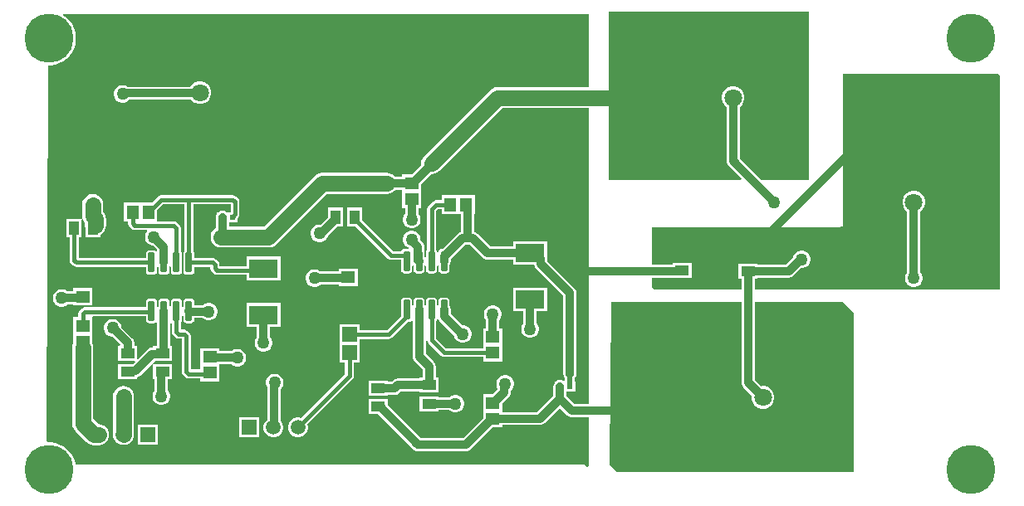
<source format=gtl>
G04*
G04 #@! TF.GenerationSoftware,Altium Limited,Altium Designer,22.10.1 (41)*
G04*
G04 Layer_Physical_Order=1*
G04 Layer_Color=255*
%FSLAX44Y44*%
%MOMM*%
G71*
G04*
G04 #@! TF.SameCoordinates,81D378FE-F234-499D-9AEC-098A348C0B8A*
G04*
G04*
G04 #@! TF.FilePolarity,Positive*
G04*
G01*
G75*
%ADD11C,0.5080*%
%ADD15R,1.4082X1.0065*%
%ADD16R,1.4500X1.3000*%
G04:AMPARAMS|DCode=17|XSize=1.97mm|YSize=0.6mm|CornerRadius=0.075mm|HoleSize=0mm|Usage=FLASHONLY|Rotation=270.000|XOffset=0mm|YOffset=0mm|HoleType=Round|Shape=RoundedRectangle|*
%AMROUNDEDRECTD17*
21,1,1.9700,0.4500,0,0,270.0*
21,1,1.8200,0.6000,0,0,270.0*
1,1,0.1500,-0.2250,-0.9100*
1,1,0.1500,-0.2250,0.9100*
1,1,0.1500,0.2250,0.9100*
1,1,0.1500,0.2250,-0.9100*
%
%ADD17ROUNDEDRECTD17*%
%ADD18R,1.5500X1.5000*%
%ADD19R,1.0065X1.4082*%
%ADD20R,1.3000X1.4500*%
%ADD21R,2.9972X1.9177*%
%ADD22R,0.6000X0.5000*%
%ADD31C,1.8034*%
%ADD33R,3.3000X2.4100*%
%ADD34C,1.6256*%
%ADD35C,0.8128*%
%ADD36C,0.3810*%
%ADD37R,1.5080X1.5080*%
%ADD38C,1.5080*%
%ADD39C,5.0000*%
%ADD40C,1.2700*%
G36*
X805000Y325740D02*
X756000D01*
X734191Y347549D01*
Y400061D01*
X734626Y400312D01*
X736778Y402464D01*
X738299Y405099D01*
X739087Y408038D01*
Y411082D01*
X738299Y414021D01*
X736778Y416656D01*
X734626Y418808D01*
X731991Y420329D01*
X729052Y421117D01*
X726009D01*
X723069Y420329D01*
X720434Y418808D01*
X718282Y416656D01*
X716761Y414021D01*
X715973Y411082D01*
Y408038D01*
X716761Y405099D01*
X718282Y402464D01*
X720434Y400312D01*
X720869Y400061D01*
Y344790D01*
X720869Y344790D01*
X721096Y343066D01*
X721761Y341460D01*
X722820Y340080D01*
X735987Y326913D01*
X735501Y325740D01*
X600530D01*
Y497190D01*
X805000D01*
Y325740D01*
D02*
G37*
G36*
X999310Y432420D02*
Y213980D01*
X749431D01*
Y224839D01*
X752351D01*
Y225750D01*
X784094D01*
X784094Y225750D01*
X785818Y225977D01*
X787425Y226643D01*
X788804Y227701D01*
X796673Y235570D01*
X798550D01*
X800811Y236176D01*
X802839Y237346D01*
X804494Y239001D01*
X805664Y241029D01*
X806270Y243290D01*
Y245630D01*
X805664Y247891D01*
X804494Y249919D01*
X802839Y251574D01*
X800811Y252744D01*
X798550Y253350D01*
X796210D01*
X793949Y252744D01*
X791921Y251574D01*
X790266Y249919D01*
X789096Y247891D01*
X788708Y246446D01*
X781335Y239072D01*
X752351D01*
Y239984D01*
X733189D01*
Y224839D01*
X736109D01*
Y213980D01*
X647520D01*
X644980Y216520D01*
Y225750D01*
X665879D01*
Y225490D01*
X685041D01*
Y240635D01*
X665879D01*
Y239072D01*
X644980D01*
Y277480D01*
X836750D01*
X838020Y278750D01*
X839290Y277480D01*
Y433690D01*
X998040D01*
X999310Y432420D01*
D02*
G37*
G36*
X430200Y290550D02*
X450228D01*
Y272520D01*
X449954Y272484D01*
X448348Y271819D01*
X446968Y270760D01*
X446968Y270760D01*
X431202Y254994D01*
X430640D01*
X429356Y254739D01*
X428268Y254012D01*
X427541Y252923D01*
X427286Y251640D01*
X427065Y251458D01*
X426612Y251523D01*
X425723Y252000D01*
X425539Y252923D01*
X424812Y254012D01*
X424722Y254072D01*
Y293701D01*
X426829Y295808D01*
X430200D01*
Y290550D01*
D02*
G37*
G36*
X580210Y420320D02*
X487500D01*
X484715Y419953D01*
X482120Y418879D01*
X479892Y417169D01*
X412581Y349859D01*
X410872Y347630D01*
X409797Y345035D01*
X409430Y342250D01*
X409673Y340403D01*
X400240Y330970D01*
X390080D01*
Y328591D01*
X382806D01*
X382079Y329538D01*
X379850Y331249D01*
X377255Y332323D01*
X374470Y332690D01*
X308430D01*
X305645Y332323D01*
X303050Y331249D01*
X300821Y329538D01*
X249363Y278080D01*
X213571D01*
Y282600D01*
X222450D01*
Y286796D01*
X222917Y287262D01*
X222917Y287262D01*
X223899Y288732D01*
X224244Y290467D01*
Y303188D01*
X223899Y304923D01*
X222917Y306393D01*
X220685Y308625D01*
X219215Y309607D01*
X217481Y309952D01*
X144090D01*
X144090Y309952D01*
X142356Y309607D01*
X140885Y308625D01*
X140885Y308625D01*
X134771Y302510D01*
X106350D01*
Y282930D01*
X110858D01*
Y280982D01*
X111203Y279247D01*
X112185Y277777D01*
X114417Y275545D01*
X115887Y274563D01*
X117622Y274218D01*
X129646D01*
X130132Y273045D01*
X129866Y272779D01*
X128696Y270751D01*
X128090Y268490D01*
Y266150D01*
X128696Y263889D01*
X129866Y261861D01*
X131521Y260206D01*
X133549Y259036D01*
X135810Y258430D01*
X136450D01*
X140479Y254401D01*
Y252907D01*
X139209Y252522D01*
X139062Y252742D01*
X137974Y253469D01*
X136690Y253724D01*
X132190D01*
X130906Y253469D01*
X129818Y252742D01*
X129091Y251653D01*
X128836Y250370D01*
Y245802D01*
X60232D01*
Y266629D01*
X63305D01*
Y284613D01*
X63305Y284639D01*
X63305Y284639D01*
X63305Y285060D01*
X64575Y285312D01*
X65431Y283244D01*
X66843Y281405D01*
Y279063D01*
X67178Y276524D01*
Y266629D01*
X82323D01*
Y269471D01*
X82983Y269745D01*
X85212Y271455D01*
X86922Y273683D01*
X87997Y276278D01*
X88363Y279063D01*
Y285771D01*
X87997Y288556D01*
X86922Y291151D01*
X85510Y292991D01*
Y300340D01*
X85143Y303125D01*
X84068Y305720D01*
X82359Y307948D01*
X80130Y309659D01*
X77535Y310733D01*
X74750Y311100D01*
X71965Y310733D01*
X69370Y309659D01*
X67141Y307948D01*
X65431Y305720D01*
X64357Y303125D01*
X63990Y300340D01*
Y288624D01*
X64264Y286545D01*
X64264Y286542D01*
X63082Y285791D01*
X62338Y285791D01*
X48160D01*
Y266629D01*
X51168D01*
Y243502D01*
X51513Y241767D01*
X52495Y240297D01*
X54727Y238065D01*
X56198Y237083D01*
X57932Y236738D01*
X128836D01*
Y232170D01*
X129091Y230886D01*
X129818Y229798D01*
X130906Y229071D01*
X132190Y228815D01*
X136690D01*
X137974Y229071D01*
X139062Y229798D01*
X139789Y230886D01*
X140044Y232170D01*
Y236443D01*
X141314Y237019D01*
X141536Y236826D01*
Y232170D01*
X141791Y230886D01*
X142518Y229798D01*
X143606Y229071D01*
X144890Y228815D01*
X149390D01*
X150674Y229071D01*
X151762Y229798D01*
X152489Y230886D01*
X152745Y232170D01*
Y236826D01*
X152966Y237019D01*
X154236Y236443D01*
Y232170D01*
X154491Y230886D01*
X155218Y229798D01*
X156306Y229071D01*
X157590Y228815D01*
X162090D01*
X163374Y229071D01*
X164462Y229798D01*
X165189Y230886D01*
X165445Y232170D01*
Y250370D01*
X165189Y251653D01*
X164462Y252742D01*
X164372Y252802D01*
Y276210D01*
X164027Y277944D01*
X163045Y279415D01*
X163045Y279415D01*
X160505Y281955D01*
X159034Y282937D01*
X157300Y283282D01*
X140430D01*
Y295351D01*
X145967Y300888D01*
X168008D01*
Y252802D01*
X167918Y252742D01*
X167191Y251653D01*
X166936Y250370D01*
Y232170D01*
X167191Y230886D01*
X167918Y229798D01*
X169006Y229071D01*
X170290Y228815D01*
X174790D01*
X176074Y229071D01*
X177162Y229798D01*
X177889Y230886D01*
X178144Y232170D01*
Y236738D01*
X194678D01*
Y235262D01*
X195023Y233528D01*
X196005Y232057D01*
X198237Y229825D01*
X199708Y228843D01*
X201442Y228498D01*
X231214D01*
Y222997D01*
X266266D01*
Y247254D01*
X231214D01*
Y237562D01*
X203742D01*
Y239038D01*
X203397Y240772D01*
X202415Y242243D01*
X200183Y244474D01*
X198713Y245457D01*
X196978Y245802D01*
X178144D01*
Y250370D01*
X177889Y251653D01*
X177162Y252742D01*
X177072Y252802D01*
Y300888D01*
X215180D01*
Y292680D01*
X211190D01*
X210240Y293409D01*
X208634Y294074D01*
X206910Y294301D01*
X205186Y294074D01*
X203579Y293409D01*
X202630Y292680D01*
X201370D01*
Y291268D01*
X201141Y290970D01*
X200476Y289364D01*
X200249Y287640D01*
Y276667D01*
X200180Y276639D01*
X197952Y274928D01*
X196241Y272700D01*
X195167Y270105D01*
X194800Y267320D01*
X195167Y264535D01*
X196241Y261940D01*
X197952Y259711D01*
X200180Y258001D01*
X202775Y256927D01*
X205560Y256560D01*
X253820D01*
X256605Y256927D01*
X259200Y258001D01*
X261429Y259711D01*
X312887Y311170D01*
X374470D01*
X377255Y311537D01*
X379850Y312612D01*
X382079Y314321D01*
X382806Y315269D01*
X390080D01*
Y296890D01*
X393209D01*
Y291011D01*
X392756Y290559D01*
X391586Y288531D01*
X390980Y286270D01*
Y283930D01*
X391586Y281669D01*
X392756Y279641D01*
X394411Y277986D01*
X396439Y276816D01*
X398700Y276210D01*
X401040D01*
X403301Y276816D01*
X405329Y277986D01*
X406984Y279641D01*
X408154Y281669D01*
X408760Y283930D01*
Y286270D01*
X408154Y288531D01*
X406984Y290559D01*
X406531Y291011D01*
Y296890D01*
X409660D01*
Y312890D01*
Y321550D01*
X419669Y331559D01*
X420190Y331490D01*
X422975Y331857D01*
X425570Y332932D01*
X427799Y334641D01*
X491957Y398800D01*
X580210D01*
Y96489D01*
X566151D01*
X557741Y104899D01*
Y109880D01*
X560379D01*
X561080Y109740D01*
X561120D01*
X561822Y109880D01*
X566620D01*
Y119960D01*
X566339D01*
Y123522D01*
X566929Y124290D01*
X567594Y125896D01*
X567821Y127620D01*
Y210170D01*
X567821Y210170D01*
X567594Y211894D01*
X566929Y213500D01*
X565870Y214880D01*
X565870Y214880D01*
X538103Y242647D01*
Y245285D01*
X538046Y245718D01*
Y262938D01*
X502994D01*
Y257471D01*
X480099D01*
X466810Y270760D01*
X465430Y271819D01*
X463824Y272484D01*
X463550Y272520D01*
Y290550D01*
X464280D01*
Y310130D01*
X430200D01*
Y304872D01*
X424951D01*
X423217Y304527D01*
X421747Y303545D01*
X416985Y298783D01*
X416003Y297313D01*
X415658Y295579D01*
Y254072D01*
X415568Y254012D01*
X414841Y252923D01*
X414586Y251640D01*
Y247367D01*
X413316Y246790D01*
X413094Y246984D01*
Y251640D01*
X413087Y251677D01*
Y256987D01*
X413087Y256987D01*
X412860Y258711D01*
X412195Y260317D01*
X411136Y261697D01*
X411136Y261697D01*
X408760Y264073D01*
Y265950D01*
X408154Y268211D01*
X406984Y270239D01*
X405329Y271894D01*
X403301Y273064D01*
X401040Y273670D01*
X398700D01*
X396439Y273064D01*
X394411Y271894D01*
X392756Y270239D01*
X391586Y268211D01*
X390980Y265950D01*
Y263610D01*
X391586Y261349D01*
X392756Y259321D01*
X394411Y257666D01*
X396439Y256496D01*
X396792Y256401D01*
X396836Y256264D01*
X395906Y254994D01*
X392540D01*
X391256Y254739D01*
X390168Y254012D01*
X389441Y252923D01*
X389428Y252858D01*
X380633D01*
X349022Y284468D01*
Y297221D01*
X333877D01*
Y278059D01*
X342613D01*
X375551Y245121D01*
X375551Y245121D01*
X377021Y244139D01*
X378756Y243794D01*
X389186D01*
Y233440D01*
X389441Y232156D01*
X390168Y231068D01*
X391256Y230341D01*
X392540Y230085D01*
X397040D01*
X398324Y230341D01*
X399412Y231068D01*
X400139Y232156D01*
X400395Y233440D01*
Y237201D01*
X401665Y237853D01*
X401886Y237695D01*
Y233440D01*
X402141Y232156D01*
X402868Y231068D01*
X403956Y230341D01*
X405240Y230085D01*
X409740D01*
X411024Y230341D01*
X412112Y231068D01*
X412839Y232156D01*
X413094Y233440D01*
Y238096D01*
X413316Y238289D01*
X414586Y237713D01*
Y233440D01*
X414841Y232156D01*
X415568Y231068D01*
X416656Y230341D01*
X417940Y230085D01*
X422440D01*
X423724Y230341D01*
X424812Y231068D01*
X425539Y232156D01*
X425794Y233440D01*
Y237713D01*
X427065Y238289D01*
X427286Y238096D01*
Y233440D01*
X427541Y232156D01*
X428268Y231068D01*
X429356Y230341D01*
X430640Y230085D01*
X435140D01*
X436424Y230341D01*
X437512Y231068D01*
X438239Y232156D01*
X438494Y233440D01*
Y238995D01*
X438659Y239209D01*
X439324Y240816D01*
X439551Y242540D01*
Y244503D01*
X454437Y259389D01*
X459341D01*
X472630Y246100D01*
X472630Y246100D01*
X474010Y245041D01*
X475616Y244376D01*
X477340Y244149D01*
X477340Y244149D01*
X502994D01*
Y238682D01*
X524940D01*
X525008Y238164D01*
X525673Y236558D01*
X526732Y235178D01*
X554499Y207411D01*
Y127620D01*
X554726Y125896D01*
X555391Y124290D01*
X555980Y123522D01*
Y121085D01*
X554711Y120459D01*
X554411Y120689D01*
X552804Y121354D01*
X551080Y121581D01*
X549356Y121354D01*
X547750Y120689D01*
X546800Y119960D01*
X545540D01*
Y118548D01*
X545312Y118251D01*
X544646Y116644D01*
X544419Y114920D01*
Y104899D01*
X528081Y88561D01*
X492210D01*
Y97520D01*
X498955Y104265D01*
X498955Y104265D01*
X500014Y105645D01*
X500679Y107251D01*
X500906Y108975D01*
Y110674D01*
X502234Y112001D01*
X503404Y114029D01*
X504010Y116290D01*
Y118630D01*
X503404Y120891D01*
X502234Y122919D01*
X500579Y124574D01*
X498551Y125744D01*
X496290Y126350D01*
X493950D01*
X491689Y125744D01*
X489661Y124574D01*
X488006Y122919D01*
X486836Y120891D01*
X486230Y118630D01*
Y116290D01*
X486836Y114029D01*
X487584Y112732D01*
Y111734D01*
X482790Y106940D01*
X472630D01*
Y88860D01*
Y82280D01*
X452241Y61891D01*
X409099D01*
X375161Y95829D01*
Y101554D01*
X355999D01*
Y86409D01*
X365741D01*
X401630Y50520D01*
X401630Y50520D01*
X403009Y49461D01*
X404616Y48796D01*
X406340Y48569D01*
X406340Y48569D01*
X455000D01*
X455000Y48569D01*
X456724Y48796D01*
X458330Y49461D01*
X459710Y50520D01*
X482050Y72860D01*
X492210D01*
Y75239D01*
X530840D01*
X530840Y75239D01*
X532565Y75466D01*
X534171Y76131D01*
X535551Y77190D01*
X551080Y92720D01*
X558682Y85118D01*
X558682Y85118D01*
X560061Y84060D01*
X561668Y83394D01*
X563392Y83167D01*
X563392Y83167D01*
X580210D01*
Y33640D01*
X578940Y32370D01*
X576400Y34910D01*
X57106D01*
X56862Y36449D01*
X55522Y40572D01*
X53554Y44434D01*
X51006Y47941D01*
X47941Y51006D01*
X44434Y53554D01*
X40572Y55522D01*
X36449Y56862D01*
X32167Y57540D01*
X29093D01*
X27826Y58807D01*
X28886Y442460D01*
X32167D01*
X36449Y443138D01*
X40572Y444478D01*
X44434Y446446D01*
X47941Y448994D01*
X51006Y452059D01*
X53554Y455566D01*
X55522Y459428D01*
X56862Y463551D01*
X57540Y467832D01*
Y472168D01*
X56862Y476449D01*
X55522Y480572D01*
X53554Y484434D01*
X51006Y487941D01*
X47941Y491006D01*
X44674Y493380D01*
X44896Y494650D01*
X580210D01*
Y420320D01*
D02*
G37*
G36*
X850720Y189850D02*
Y27290D01*
X609420D01*
X601800Y34910D01*
X603070Y201280D01*
X736109D01*
Y118730D01*
X736109Y118730D01*
X736336Y117006D01*
X737001Y115400D01*
X738060Y114020D01*
X746583Y105497D01*
X746453Y105012D01*
Y101968D01*
X747241Y99029D01*
X748762Y96394D01*
X750914Y94242D01*
X753549Y92721D01*
X756488Y91933D01*
X759531D01*
X762471Y92721D01*
X765106Y94242D01*
X767258Y96394D01*
X768779Y99029D01*
X769567Y101968D01*
Y105012D01*
X768779Y107951D01*
X767258Y110586D01*
X765106Y112738D01*
X762471Y114259D01*
X759531Y115047D01*
X756488D01*
X756003Y114917D01*
X749431Y121489D01*
Y201280D01*
X839290D01*
X850720Y189850D01*
D02*
G37*
%LPC*%
G36*
X913202Y314437D02*
X910158D01*
X907219Y313649D01*
X904584Y312128D01*
X902432Y309976D01*
X900911Y307341D01*
X900123Y304401D01*
Y301359D01*
X900911Y298419D01*
X902432Y295784D01*
X904584Y293632D01*
X905019Y293381D01*
Y231321D01*
X904566Y230869D01*
X903396Y228841D01*
X902790Y226580D01*
Y224240D01*
X903396Y221979D01*
X904566Y219951D01*
X906221Y218296D01*
X908249Y217126D01*
X910510Y216520D01*
X912850D01*
X915111Y217126D01*
X917139Y218296D01*
X918794Y219951D01*
X919964Y221979D01*
X920570Y224240D01*
Y226580D01*
X919964Y228841D01*
X918794Y230869D01*
X918341Y231321D01*
Y293381D01*
X918776Y293632D01*
X920928Y295784D01*
X922449Y298419D01*
X923237Y301359D01*
Y304401D01*
X922449Y307341D01*
X920928Y309976D01*
X918776Y312128D01*
X916141Y313649D01*
X913202Y314437D01*
D02*
G37*
G36*
X185492Y426197D02*
X182449D01*
X179509Y425409D01*
X176874Y423888D01*
X174722Y421736D01*
X174104Y420666D01*
X110373D01*
X108661Y421654D01*
X106400Y422260D01*
X104060D01*
X101799Y421654D01*
X99771Y420484D01*
X98116Y418829D01*
X96946Y416801D01*
X96340Y414540D01*
Y412200D01*
X96946Y409939D01*
X98116Y407911D01*
X99771Y406256D01*
X101799Y405086D01*
X104060Y404480D01*
X106400D01*
X108661Y405086D01*
X110689Y406256D01*
X111776Y407344D01*
X174922D01*
X176874Y405392D01*
X179509Y403871D01*
X182449Y403083D01*
X185492D01*
X188431Y403871D01*
X191066Y405392D01*
X193218Y407544D01*
X194739Y410179D01*
X195527Y413119D01*
Y416161D01*
X194739Y419101D01*
X193218Y421736D01*
X191066Y423888D01*
X188431Y425409D01*
X185492Y426197D01*
D02*
G37*
G36*
X330005Y297221D02*
X314860D01*
Y287479D01*
X307329Y279948D01*
X307060Y280020D01*
X304720D01*
X302459Y279414D01*
X300431Y278244D01*
X298776Y276589D01*
X297606Y274561D01*
X297000Y272300D01*
Y269960D01*
X297606Y267699D01*
X298776Y265671D01*
X300431Y264016D01*
X302459Y262846D01*
X304720Y262240D01*
X307060D01*
X309321Y262846D01*
X311349Y264016D01*
X313004Y265671D01*
X314174Y267699D01*
X314267Y268045D01*
X324281Y278059D01*
X330005D01*
Y297221D01*
D02*
G37*
G36*
X344890Y235210D02*
X325310D01*
Y232071D01*
X306721D01*
X306269Y232524D01*
X304241Y233694D01*
X301980Y234300D01*
X299640D01*
X297379Y233694D01*
X295351Y232524D01*
X293696Y230869D01*
X292526Y228841D01*
X291920Y226580D01*
Y224240D01*
X292526Y221979D01*
X293696Y219951D01*
X295351Y218296D01*
X297379Y217126D01*
X299640Y216520D01*
X301980D01*
X304241Y217126D01*
X306269Y218296D01*
X306721Y218749D01*
X325310D01*
Y217130D01*
X344890D01*
Y235210D01*
D02*
G37*
G36*
X74380Y215400D02*
X54800D01*
Y211751D01*
X48911D01*
X48459Y212204D01*
X46431Y213374D01*
X44170Y213980D01*
X41830D01*
X39569Y213374D01*
X37541Y212204D01*
X35886Y210549D01*
X34716Y208521D01*
X34110Y206260D01*
Y203920D01*
X34716Y201659D01*
X35886Y199631D01*
X37541Y197976D01*
X39569Y196806D01*
X41830Y196200D01*
X44170D01*
X46431Y196806D01*
X48459Y197976D01*
X48911Y198429D01*
X54800D01*
Y197320D01*
X74380D01*
Y215400D01*
D02*
G37*
G36*
X435140Y205495D02*
X430640D01*
X429356Y205239D01*
X428268Y204512D01*
X427541Y203424D01*
X427286Y202140D01*
Y197484D01*
X427065Y197291D01*
X425794Y197867D01*
Y202140D01*
X425539Y203424D01*
X424812Y204512D01*
X423724Y205239D01*
X422440Y205495D01*
X417940D01*
X416656Y205239D01*
X415568Y204512D01*
X414841Y203424D01*
X414586Y202140D01*
Y197867D01*
X413316Y197291D01*
X413094Y197484D01*
Y202140D01*
X412839Y203424D01*
X412112Y204512D01*
X411024Y205239D01*
X409740Y205495D01*
X405240D01*
X403956Y205239D01*
X402868Y204512D01*
X402141Y203424D01*
X401886Y202140D01*
Y197484D01*
X401665Y197291D01*
X400395Y197867D01*
Y202140D01*
X400139Y203424D01*
X399412Y204512D01*
X398324Y205239D01*
X397040Y205495D01*
X392540D01*
X391256Y205239D01*
X390168Y204512D01*
X389441Y203424D01*
X389186Y202140D01*
Y186995D01*
X374433Y172242D01*
X346660D01*
Y177750D01*
X326080D01*
Y157670D01*
Y139170D01*
X331838D01*
Y127357D01*
X287076Y82595D01*
X285227Y83090D01*
X282573D01*
X280009Y82403D01*
X277711Y81076D01*
X275834Y79199D01*
X274507Y76901D01*
X273820Y74337D01*
Y71683D01*
X274507Y69119D01*
X275834Y66821D01*
X277711Y64944D01*
X280009Y63617D01*
X282573Y62930D01*
X285227D01*
X287791Y63617D01*
X290089Y64944D01*
X291966Y66821D01*
X293293Y69119D01*
X293980Y71683D01*
Y74337D01*
X293485Y76185D01*
X339575Y122275D01*
X339575Y122275D01*
X340557Y123745D01*
X340902Y125480D01*
X340902Y125480D01*
Y139170D01*
X346660D01*
Y157670D01*
Y163178D01*
X376310D01*
X378045Y163523D01*
X379515Y164506D01*
X395595Y180586D01*
X397040D01*
X398324Y180841D01*
X399412Y181568D01*
X399559Y181788D01*
X400829Y181403D01*
Y145400D01*
X400829Y145400D01*
X401056Y143676D01*
X401721Y142070D01*
X402780Y140690D01*
X410989Y132481D01*
Y123763D01*
X408069D01*
Y122851D01*
X385900D01*
X385900Y122851D01*
X384176Y122624D01*
X382570Y121959D01*
X381190Y120900D01*
X381190Y120900D01*
X379949Y119659D01*
X375161D01*
Y120571D01*
X355999D01*
Y105426D01*
X375161D01*
Y106337D01*
X382708D01*
X382708Y106337D01*
X384432Y106564D01*
X386039Y107230D01*
X387418Y108288D01*
X388659Y109529D01*
X408069D01*
Y108617D01*
X427231D01*
Y123763D01*
X424311D01*
Y135240D01*
X424084Y136964D01*
X423419Y138570D01*
X422360Y139950D01*
X422360Y139950D01*
X414151Y148159D01*
Y180070D01*
X415421Y180709D01*
X415658Y180533D01*
Y161910D01*
X416003Y160176D01*
X416985Y158705D01*
X429685Y146005D01*
X429685Y146005D01*
X431156Y145023D01*
X432890Y144678D01*
X432890Y144678D01*
X472630D01*
Y140170D01*
X492210D01*
Y156170D01*
Y174250D01*
X489081D01*
Y182669D01*
X489534Y183121D01*
X490704Y185149D01*
X491310Y187410D01*
Y189750D01*
X490704Y192011D01*
X489534Y194039D01*
X487879Y195694D01*
X485851Y196864D01*
X483590Y197470D01*
X481250D01*
X478989Y196864D01*
X476961Y195694D01*
X475306Y194039D01*
X474136Y192011D01*
X473530Y189750D01*
Y187410D01*
X474136Y185149D01*
X475306Y183121D01*
X475759Y182669D01*
Y174250D01*
X472630D01*
Y156170D01*
Y153742D01*
X434767D01*
X424722Y163787D01*
Y181508D01*
X424812Y181568D01*
X425539Y182657D01*
X425634Y183132D01*
X426955Y183263D01*
X427121Y182860D01*
X428180Y181480D01*
X443226Y166435D01*
X443656Y164829D01*
X444826Y162801D01*
X446481Y161146D01*
X448509Y159976D01*
X450770Y159370D01*
X453110D01*
X455371Y159976D01*
X457399Y161146D01*
X459054Y162801D01*
X460224Y164829D01*
X460830Y167090D01*
Y169430D01*
X460224Y171691D01*
X459054Y173719D01*
X457399Y175374D01*
X455371Y176544D01*
X453110Y177150D01*
X451350D01*
X439551Y188949D01*
Y193040D01*
X439324Y194764D01*
X438659Y196371D01*
X438494Y196585D01*
Y202140D01*
X438239Y203424D01*
X437512Y204512D01*
X436424Y205239D01*
X435140Y205495D01*
D02*
G37*
G36*
X174790Y204225D02*
X170290D01*
X169006Y203969D01*
X167918Y203242D01*
X167191Y202154D01*
X166936Y200870D01*
Y196214D01*
X166714Y196021D01*
X165445Y196597D01*
Y200870D01*
X165189Y202154D01*
X164462Y203242D01*
X163374Y203969D01*
X162090Y204225D01*
X157590D01*
X156306Y203969D01*
X155218Y203242D01*
X154491Y202154D01*
X154236Y200870D01*
Y196597D01*
X152966Y196021D01*
X152745Y196214D01*
Y200870D01*
X152489Y202154D01*
X151762Y203242D01*
X150674Y203969D01*
X149390Y204225D01*
X144890D01*
X143606Y203969D01*
X142518Y203242D01*
X141791Y202154D01*
X141536Y200870D01*
Y196214D01*
X141314Y196021D01*
X140044Y196597D01*
Y200870D01*
X139789Y202154D01*
X139062Y203242D01*
X137974Y203969D01*
X136690Y204225D01*
X132190D01*
X130906Y203969D01*
X129818Y203242D01*
X129091Y202154D01*
X128836Y200870D01*
Y195652D01*
X66822D01*
X65087Y195307D01*
X63617Y194325D01*
X61385Y192093D01*
X60403Y190623D01*
X60058Y188888D01*
Y185680D01*
X54800D01*
Y167600D01*
Y158532D01*
X54197Y157075D01*
X53830Y154290D01*
Y76820D01*
X54197Y74035D01*
X55272Y71440D01*
X56982Y69212D01*
X68411Y57782D01*
X70640Y56072D01*
X73235Y54997D01*
X76020Y54630D01*
X80630D01*
X83415Y54997D01*
X86010Y56072D01*
X88239Y57782D01*
X89949Y60010D01*
X91024Y62605D01*
X91390Y65390D01*
X91024Y68175D01*
X89949Y70770D01*
X88239Y72998D01*
X86010Y74708D01*
X83415Y75783D01*
X80630Y76150D01*
X80477D01*
X75350Y81277D01*
Y154290D01*
X74983Y157075D01*
X74380Y158532D01*
Y167600D01*
Y185680D01*
X75254Y186588D01*
X128836D01*
Y182670D01*
X129091Y181387D01*
X129818Y180298D01*
X130906Y179571D01*
X132190Y179316D01*
X136690D01*
X137974Y179571D01*
X139062Y180298D01*
X139209Y180518D01*
X140479Y180133D01*
Y156131D01*
X136289D01*
Y155070D01*
X135360Y154251D01*
X133636Y154024D01*
X132030Y153359D01*
X130650Y152300D01*
X130650Y152300D01*
X121064Y142715D01*
X119891Y143201D01*
Y156131D01*
X116971D01*
Y159370D01*
X116971Y159370D01*
X116744Y161094D01*
X116079Y162701D01*
X115020Y164080D01*
X115020Y164080D01*
X103960Y175140D01*
Y175780D01*
X103354Y178041D01*
X102184Y180069D01*
X100529Y181724D01*
X98501Y182894D01*
X96240Y183500D01*
X93900D01*
X91639Y182894D01*
X89611Y181724D01*
X87956Y180069D01*
X86786Y178041D01*
X86180Y175780D01*
Y173440D01*
X86786Y171179D01*
X87956Y169151D01*
X89611Y167496D01*
X91639Y166326D01*
X93900Y165720D01*
X94540D01*
X102859Y157401D01*
X102333Y156131D01*
X100729D01*
Y140986D01*
X117676D01*
X118162Y139812D01*
X115521Y137171D01*
X111278D01*
X110845Y137114D01*
X100729D01*
Y121969D01*
X119891D01*
Y124061D01*
X120004Y124076D01*
X121610Y124741D01*
X122990Y125800D01*
X138119Y140929D01*
X145203D01*
X145203Y140929D01*
X145636Y140986D01*
X155451D01*
Y156131D01*
X153801D01*
Y178799D01*
X155071Y179439D01*
X155308Y179263D01*
Y170492D01*
X155653Y168757D01*
X156635Y167287D01*
X158867Y165055D01*
X160338Y164073D01*
X162072Y163728D01*
X165468D01*
Y129852D01*
X165813Y128118D01*
X166795Y126647D01*
X169027Y124415D01*
X170497Y123433D01*
X172232Y123088D01*
X184340D01*
Y119850D01*
X203920D01*
Y137469D01*
X216159D01*
X216611Y137016D01*
X218639Y135846D01*
X220900Y135240D01*
X223240D01*
X225501Y135846D01*
X227529Y137016D01*
X229184Y138671D01*
X230354Y140699D01*
X230960Y142960D01*
Y145300D01*
X230354Y147561D01*
X229184Y149589D01*
X227529Y151244D01*
X225501Y152414D01*
X223240Y153020D01*
X220900D01*
X218639Y152414D01*
X216611Y151244D01*
X216159Y150791D01*
X203920D01*
Y153930D01*
X184340D01*
Y135850D01*
Y132152D01*
X174532D01*
Y166028D01*
X174187Y167763D01*
X173205Y169233D01*
X170973Y171465D01*
X169503Y172447D01*
X167768Y172792D01*
X164372D01*
Y180238D01*
X164462Y180298D01*
X165189Y181387D01*
X165445Y182670D01*
Y186944D01*
X166714Y187520D01*
X166936Y187326D01*
Y182670D01*
X167191Y181387D01*
X167918Y180298D01*
X169006Y179571D01*
X170290Y179316D01*
X174790D01*
X176074Y179571D01*
X177162Y180298D01*
X177889Y181387D01*
X178144Y182670D01*
Y184459D01*
X186949D01*
X187401Y184006D01*
X189429Y182836D01*
X191690Y182230D01*
X194030D01*
X196291Y182836D01*
X198319Y184006D01*
X199974Y185661D01*
X201144Y187689D01*
X201750Y189950D01*
Y192290D01*
X201144Y194551D01*
X199974Y196579D01*
X198319Y198234D01*
X196291Y199404D01*
X194030Y200010D01*
X191690D01*
X189429Y199404D01*
X187401Y198234D01*
X186949Y197781D01*
X178144D01*
Y200870D01*
X177889Y202154D01*
X177162Y203242D01*
X176074Y203969D01*
X174790Y204225D01*
D02*
G37*
G36*
X538046Y215567D02*
X502994D01*
Y191311D01*
X513859D01*
Y179251D01*
X513406Y178799D01*
X512236Y176771D01*
X511630Y174510D01*
Y172170D01*
X512236Y169909D01*
X513406Y167881D01*
X515061Y166226D01*
X517089Y165056D01*
X519350Y164450D01*
X521690D01*
X523951Y165056D01*
X525979Y166226D01*
X527634Y167881D01*
X528804Y169909D01*
X529410Y172170D01*
Y174510D01*
X528804Y176771D01*
X527634Y178799D01*
X527181Y179251D01*
Y191311D01*
X538046D01*
Y215567D01*
D02*
G37*
G36*
X266266Y199883D02*
X231214D01*
Y175626D01*
X242079D01*
Y165281D01*
X241626Y164829D01*
X240456Y162801D01*
X239850Y160540D01*
Y158200D01*
X240456Y155939D01*
X241626Y153911D01*
X243281Y152256D01*
X245309Y151086D01*
X247570Y150480D01*
X249910D01*
X252171Y151086D01*
X254199Y152256D01*
X255854Y153911D01*
X257024Y155939D01*
X257630Y158200D01*
Y160540D01*
X257024Y162801D01*
X255854Y164829D01*
X255401Y165281D01*
Y175626D01*
X266266D01*
Y199883D01*
D02*
G37*
G36*
X445490Y106030D02*
X443150D01*
X440889Y105424D01*
X438861Y104254D01*
X438425Y103817D01*
X427231D01*
Y104745D01*
X408069D01*
Y89600D01*
X427231D01*
Y90495D01*
X438392D01*
X438861Y90026D01*
X440889Y88856D01*
X443150Y88250D01*
X445490D01*
X447751Y88856D01*
X449779Y90026D01*
X451434Y91681D01*
X452604Y93709D01*
X453210Y95970D01*
Y98310D01*
X452604Y100571D01*
X451434Y102599D01*
X449779Y104254D01*
X447751Y105424D01*
X445490Y106030D01*
D02*
G37*
G36*
X155451Y137114D02*
X136289D01*
Y121969D01*
X137939D01*
Y110671D01*
X137486Y110219D01*
X136316Y108191D01*
X135710Y105930D01*
Y103590D01*
X136316Y101329D01*
X137486Y99301D01*
X139141Y97646D01*
X141169Y96476D01*
X143430Y95870D01*
X145770D01*
X148031Y96476D01*
X150059Y97646D01*
X151714Y99301D01*
X152884Y101329D01*
X153490Y103590D01*
Y105930D01*
X152884Y108191D01*
X151714Y110219D01*
X151261Y110671D01*
Y121969D01*
X155451D01*
Y137114D01*
D02*
G37*
G36*
X261340Y127620D02*
X259000D01*
X256739Y127014D01*
X254711Y125844D01*
X253056Y124189D01*
X251886Y122161D01*
X251280Y119900D01*
Y117560D01*
X251886Y115299D01*
X252874Y113587D01*
Y81170D01*
X252711Y81076D01*
X250834Y79199D01*
X249507Y76901D01*
X248820Y74337D01*
Y71683D01*
X249507Y69119D01*
X250834Y66821D01*
X252711Y64944D01*
X255009Y63617D01*
X257573Y62930D01*
X260227D01*
X262791Y63617D01*
X265089Y64944D01*
X266966Y66821D01*
X268293Y69119D01*
X268980Y71683D01*
Y74337D01*
X268293Y76901D01*
X266966Y79199D01*
X266196Y79969D01*
Y112184D01*
X267284Y113271D01*
X268454Y115299D01*
X269060Y117560D01*
Y119900D01*
X268454Y122161D01*
X267284Y124189D01*
X265629Y125844D01*
X263601Y127014D01*
X261340Y127620D01*
D02*
G37*
G36*
X243980Y83090D02*
X223820D01*
Y62930D01*
X243980D01*
Y83090D01*
D02*
G37*
G36*
X140710Y75470D02*
X120550D01*
Y55310D01*
X140710D01*
Y75470D01*
D02*
G37*
G36*
X106065Y115085D02*
X103280Y114718D01*
X100685Y113643D01*
X98456Y111933D01*
X96746Y109705D01*
X95672Y107110D01*
X95305Y104325D01*
Y65825D01*
X95672Y63040D01*
X96103Y61999D01*
X96237Y61499D01*
X96495Y61052D01*
X96746Y60445D01*
X97146Y59924D01*
X97564Y59201D01*
X98154Y58610D01*
X98456Y58217D01*
X98850Y57915D01*
X99441Y57324D01*
X100164Y56906D01*
X100685Y56507D01*
X101292Y56255D01*
X101739Y55997D01*
X102238Y55863D01*
X103280Y55432D01*
X106065Y55065D01*
X108850Y55432D01*
X111445Y56507D01*
X113673Y58217D01*
X115383Y60445D01*
X116458Y63040D01*
X116825Y65825D01*
Y104325D01*
X116458Y107110D01*
X115383Y109705D01*
X113673Y111933D01*
X111445Y113643D01*
X108850Y114718D01*
X106065Y115085D01*
D02*
G37*
%LPD*%
D11*
X561080Y114920D02*
X561120D01*
X561160Y114960D01*
Y127620D01*
D15*
X110310Y129541D02*
D03*
Y148558D02*
D03*
X145870Y129541D02*
D03*
Y148559D02*
D03*
X365580Y112998D02*
D03*
Y93981D02*
D03*
X417650Y116190D02*
D03*
Y97172D02*
D03*
X742770Y232411D02*
D03*
Y251429D02*
D03*
X675460Y233062D02*
D03*
Y252080D02*
D03*
D16*
X64590Y176640D02*
D03*
Y160640D02*
D03*
X194130Y128890D02*
D03*
Y144890D02*
D03*
X64590Y206360D02*
D03*
Y222360D02*
D03*
X335100Y226170D02*
D03*
Y210170D02*
D03*
X482420Y97900D02*
D03*
Y81900D02*
D03*
Y165210D02*
D03*
Y149210D02*
D03*
X399870Y305930D02*
D03*
Y321930D02*
D03*
D17*
X172540Y191770D02*
D03*
X159840D02*
D03*
X147140D02*
D03*
X134440D02*
D03*
Y241270D02*
D03*
X147140D02*
D03*
X159840D02*
D03*
X172540D02*
D03*
X432890Y242540D02*
D03*
X420190D02*
D03*
X407490D02*
D03*
X394790D02*
D03*
Y193040D02*
D03*
X407490D02*
D03*
X420190D02*
D03*
X432890D02*
D03*
D18*
X336370Y149210D02*
D03*
Y167710D02*
D03*
D19*
X74750Y276210D02*
D03*
X55732D02*
D03*
X322433Y287640D02*
D03*
X341450D02*
D03*
D20*
X115390Y292720D02*
D03*
X131390D02*
D03*
X455240Y300340D02*
D03*
X439240D02*
D03*
D21*
X248740Y187754D02*
D03*
Y235126D02*
D03*
X520520Y250810D02*
D03*
Y203439D02*
D03*
D22*
X216910Y287640D02*
D03*
X206910D02*
D03*
X551080Y114920D02*
D03*
X561080D02*
D03*
D31*
X234770Y414640D02*
D03*
X183970D02*
D03*
X676730Y409560D02*
D03*
X727530D02*
D03*
X707210Y103490D02*
D03*
X758010D02*
D03*
X911680Y302880D02*
D03*
Y353680D02*
D03*
D33*
X153490Y216520D02*
D03*
X413840Y217790D02*
D03*
D34*
X64590Y76820D02*
Y154290D01*
Y76820D02*
X76020Y65390D01*
X80630D01*
X106065Y65825D02*
Y104325D01*
X205560Y267320D02*
X253820D01*
X74750Y288624D02*
Y300340D01*
Y288624D02*
X77603Y285771D01*
Y279063D02*
Y285771D01*
X253820Y267320D02*
X308430Y321930D01*
X374470D01*
X420190Y342250D02*
X487500Y409560D01*
X676730D01*
D35*
X105630Y65390D02*
X106065Y65825D01*
Y104325D02*
X106500Y104760D01*
X144600D02*
Y128271D01*
X95070Y174610D02*
X110310Y159370D01*
Y148558D02*
Y159370D01*
Y129541D02*
X111278Y130510D01*
X118280D01*
X135360Y147590D01*
X145203D01*
X144600Y128271D02*
X145870Y129541D01*
X145203Y147590D02*
X147140Y149527D01*
Y149829D02*
Y191770D01*
X258900Y73010D02*
X259535Y73645D01*
Y118095D01*
X260170Y118730D01*
X365580Y93981D02*
X367589D01*
X365580Y112998D02*
X382708D01*
X385900Y116190D01*
X367589Y93981D02*
X406340Y55230D01*
X385900Y116190D02*
X417650D01*
Y135240D01*
Y97172D02*
X417666Y97156D01*
X406340Y55230D02*
X455000D01*
X417666Y97156D02*
X444304D01*
X444320Y97140D01*
X455000Y55230D02*
X481670Y81900D01*
X482420D01*
X172540Y191770D02*
X173190Y191120D01*
X192860D01*
X194130Y144890D02*
X194890Y144130D01*
X222070D01*
X248740Y159370D02*
Y187754D01*
X407490Y145400D02*
Y193040D01*
Y145400D02*
X417650Y135240D01*
X432890Y186190D02*
Y193040D01*
Y186190D02*
X450820Y168260D01*
X451940D01*
X43000Y205090D02*
X63320D01*
X64590Y206360D01*
X136980Y267320D02*
X147140Y257160D01*
Y241270D02*
Y257160D01*
X205560Y267320D02*
X206435Y268195D01*
Y271428D01*
X206910Y271903D01*
X105230Y413370D02*
X105865Y414005D01*
X183335D01*
X183970Y414640D01*
X206910Y271903D02*
Y287640D01*
X399870Y263543D02*
Y264780D01*
X300810Y225410D02*
X334340D01*
X335100Y226170D01*
X399870Y263543D02*
X406426Y256987D01*
Y243604D02*
Y256987D01*
Y243604D02*
X407490Y242540D01*
X432890D02*
Y247262D01*
X413840Y217790D02*
X457020D01*
X432890Y247262D02*
X451678Y266050D01*
X456889D01*
X462100D01*
X477340Y250810D01*
X305890Y271130D02*
X306765Y272005D01*
X308806D01*
X322433Y285631D01*
Y287640D01*
X374470Y321930D02*
X399870D01*
Y285100D02*
Y305930D01*
Y321930D02*
X400620D01*
X420190Y341500D01*
Y342250D01*
X456889Y266050D02*
Y298691D01*
X455240Y300340D02*
X456889Y298691D01*
X482420Y165210D02*
Y188580D01*
Y97900D02*
X483170D01*
X494245Y108975D01*
Y116585D01*
X495120Y117460D01*
X482420Y81900D02*
X530840D01*
X520520Y173340D02*
Y203439D01*
X563392Y89828D02*
X626545D01*
X530840Y81900D02*
X551080Y102140D01*
X563392Y89828D01*
X626545D02*
X640207Y103490D01*
X707210D01*
X551080Y102140D02*
Y114920D01*
X742770Y118730D02*
X758010Y103490D01*
X561160Y127620D02*
Y210170D01*
X742770Y118730D02*
Y232411D01*
X531442Y239888D02*
X561160Y210170D01*
X570050Y231760D02*
X570701Y232411D01*
X674809D01*
X742770D02*
X784094D01*
X674809D02*
X675460Y233062D01*
X784094Y232411D02*
X796143Y244460D01*
X531442Y239888D02*
Y245285D01*
X796143Y244460D02*
X797380D01*
X525918Y250810D02*
X531442Y245285D01*
X675460Y252080D02*
X675786Y251754D01*
X727530Y344790D02*
Y409560D01*
X477340Y250810D02*
X520520D01*
X742770Y251429D02*
X744779D01*
X742444Y251754D02*
X742770Y251429D01*
X911680Y225410D02*
Y302880D01*
X744779Y251429D02*
X847030Y353680D01*
X727530Y344790D02*
X769440Y302880D01*
X675786Y251754D02*
X742444D01*
X847030Y353680D02*
X911680D01*
X520520Y250810D02*
X525918D01*
D36*
X64590Y176640D02*
Y188888D01*
X66822Y191120D01*
X133790D01*
X134440Y191770D01*
X159840Y170492D02*
Y191770D01*
Y170492D02*
X162072Y168260D01*
X167768D01*
X170000Y166028D01*
Y129852D02*
Y166028D01*
Y129852D02*
X172232Y127620D01*
X192860D01*
X194130Y128890D01*
X283900Y73010D02*
X336370Y125480D01*
Y149210D01*
Y167710D02*
X376310D01*
X394790Y186190D01*
Y193040D01*
X420190Y161910D02*
Y193040D01*
Y161910D02*
X432890Y149210D01*
X482420D01*
X55700Y243502D02*
Y276178D01*
X55732Y276210D01*
X55700Y243502D02*
X57932Y241270D01*
X134440D01*
X159840D02*
Y276210D01*
X172540Y241270D02*
Y305420D01*
Y241270D02*
X196978D01*
X199210Y239038D01*
Y235262D02*
Y239038D01*
Y235262D02*
X201442Y233030D01*
X246644D01*
X115390Y280982D02*
Y292720D01*
Y280982D02*
X117622Y278750D01*
X157300D01*
X131390Y292720D02*
X144090Y305420D01*
X172540D01*
X157300Y278750D02*
X159840Y276210D01*
X172540Y305420D02*
X217481D01*
X216910Y287640D02*
X217410D01*
X218005Y288235D01*
Y288760D01*
X217481Y305420D02*
X219712Y303188D01*
X218005Y288760D02*
X219712Y290467D01*
Y303188D01*
X246644Y233030D02*
X248740Y235126D01*
X394790Y242540D02*
Y247262D01*
X378756Y248326D02*
X393726D01*
X394790Y247262D01*
X341450Y285631D02*
Y287640D01*
Y285631D02*
X378756Y248326D01*
X420190Y242540D02*
Y295579D01*
X424951Y300340D01*
X439240D01*
D37*
X130630Y65390D02*
D03*
X233900Y73010D02*
D03*
D38*
X105630Y65390D02*
D03*
X80630D02*
D03*
X283900Y73010D02*
D03*
X258900D02*
D03*
D39*
X970000Y30000D02*
D03*
Y470000D02*
D03*
X30000D02*
D03*
Y30000D02*
D03*
D40*
X43000Y205090D02*
D03*
X74750Y300340D02*
D03*
X95070Y174610D02*
D03*
X105230Y413370D02*
D03*
X106500Y104760D02*
D03*
X136980Y267320D02*
D03*
X144600Y104760D02*
D03*
X192860Y191120D02*
D03*
X205560Y267320D02*
D03*
X222070Y144130D02*
D03*
X248740Y159370D02*
D03*
X260170Y118730D02*
D03*
X300810Y225410D02*
D03*
X305890Y271130D02*
D03*
X399870Y264780D02*
D03*
Y285100D02*
D03*
X444320Y97140D02*
D03*
X451940Y168260D02*
D03*
X457020Y217790D02*
D03*
X482420Y188580D02*
D03*
X495120Y117460D02*
D03*
X570050Y231760D02*
D03*
X520520Y173340D02*
D03*
X769440Y302880D02*
D03*
X797380Y244460D02*
D03*
X911680Y225410D02*
D03*
M02*

</source>
